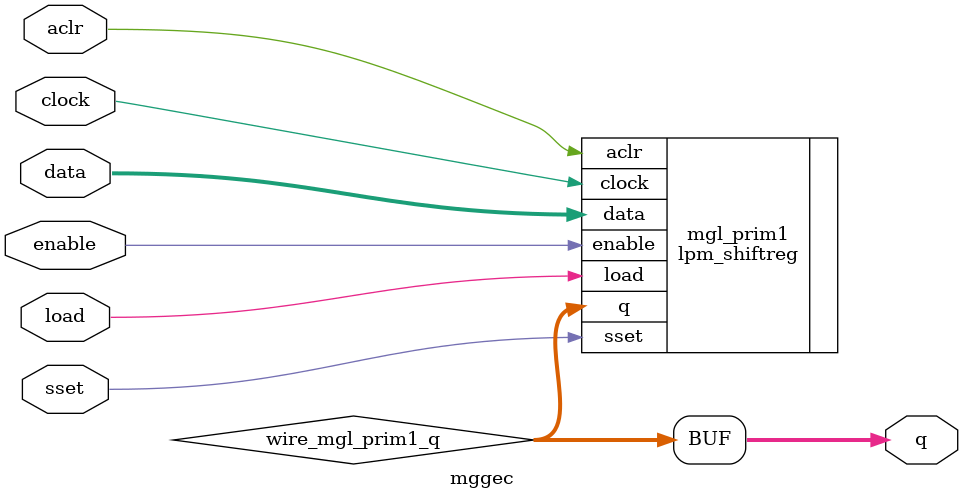
<source format=v>






//synthesis_resources = lpm_shiftreg 1 
//synopsys translate_off
`timescale 1 ps / 1 ps
//synopsys translate_on
module  mggec
	( 
	aclr,
	clock,
	data,
	enable,
	load,
	q,
	sset) /* synthesis synthesis_clearbox=1 */;
	input   aclr;
	input   clock;
	input   [23:0]  data;
	input   enable;
	input   load;
	output   [23:0]  q;
	input   sset;

	wire  [23:0]   wire_mgl_prim1_q;

	lpm_shiftreg   mgl_prim1
	( 
	.aclr(aclr),
	.clock(clock),
	.data(data),
	.enable(enable),
	.load(load),
	.q(wire_mgl_prim1_q),
	.sset(sset));
	defparam
		mgl_prim1.lpm_direction = "RIGHT",
		mgl_prim1.lpm_type = "LPM_SHIFTREG",
		mgl_prim1.lpm_width = 24;
	assign
		q = wire_mgl_prim1_q;
endmodule //mggec
//VALID FILE

</source>
